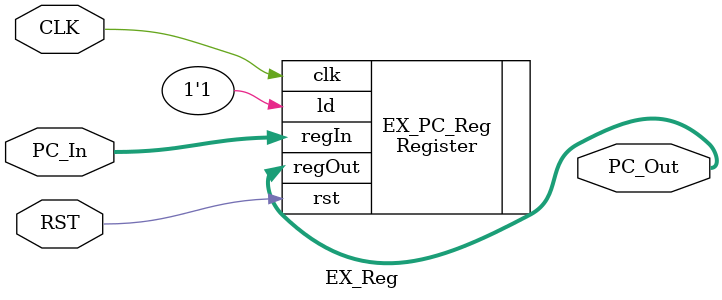
<source format=v>
module EX_Reg(
	CLK,
	RST,
	PC_In,
	PC_Out
/* 	WB_EN_In,
	MEM_R_EN_In,
	MEM_W_EN_In,
	ALU_Res_In,
	Val_Rm_In,
	Dest_In,

	Dest_Out,
	Val_Rm_Out,
	ALU_Rs_Out,
	WB_EN_Out,
	MEM_R_EN_Out,
	MEM_W_EN_Out, */
	);
	input CLK, RST;
	input [31:0] PC_In;
	output reg [31:0] PC_Out;

	Register #(32) EX_PC_Reg (
        .clk(CLK),
        .rst(RST),
        .ld(1'b1),
        .regIn(PC_In),
        .regOut(PC_Out)
    );
	
/* 	input CLK,RST,WB_EN_In,MEM_R_EN_In,MEM_W_EN_In,ALU_Res_In,Val_Rm_In,Dest_In;
	output 	Dest_Out,Val_Rm_Out,ALU_Rs_Out,WB_EN_Out,MEM_R_EN_Out,MEM_W_EN_Out; */
endmodule

</source>
